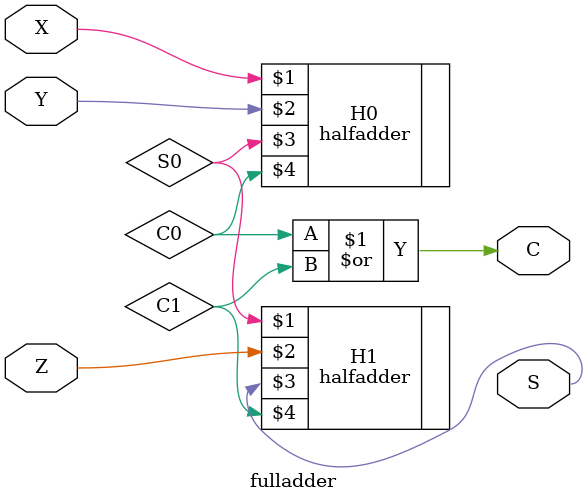
<source format=v>
`timescale 10ns/1ps

module fulladder(X,Y,Z,S,C);

input X,Y,Z;
output S,C;
wire C0,C1,S0;

halfadder H0(X,Y,S0,C0);
halfadder H1(S0,Z,S,C1);

assign C=C0 | C1;

endmodule

</source>
